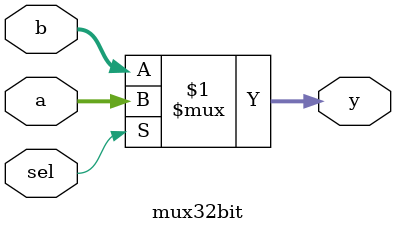
<source format=v>
`timescale 1ns / 1ps


module mux32bit(
    output [31:0] y,
    input [31:0] a,
    input [31:0] b,
    input sel
);
    assign y = sel ? a : b;
endmodule
</source>
